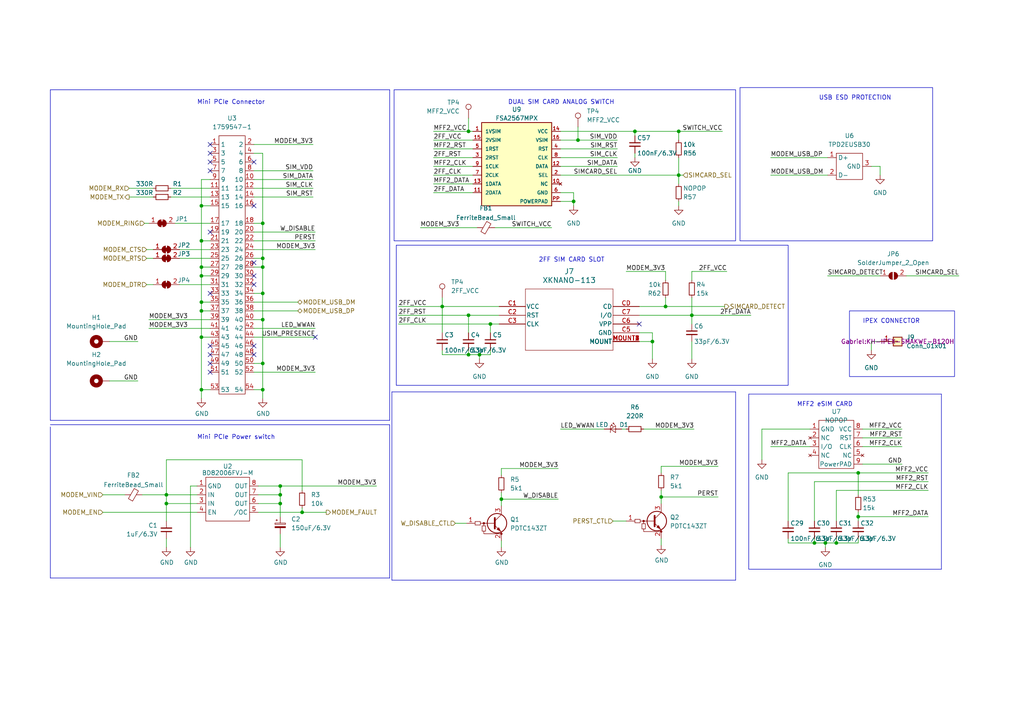
<source format=kicad_sch>
(kicad_sch (version 20230121) (generator eeschema)
  (paper "A4")
  (lib_symbols
    (symbol "2023-07-13_12-59-37:XKNANO-113" (pin_names (offset 0.254))
      (property "Reference" "J7" (at 20.32 10.16 0))
      (property "Value" "XKNANO-113" (at 20.32 7.62 0))
      (symbol "XKNANO-113_0_1"
        (polyline (pts (xy 7.62 -12.7) (xy 33.02 -12.7)) (stroke (width 0.127)))
        (polyline (pts (xy 7.62 5.08) (xy 7.62 -12.7)) (stroke (width 0.127)))
        (polyline (pts (xy 33.02 -12.7) (xy 33.02 5.08)) (stroke (width 0.127)))
        (polyline (pts (xy 33.02 5.08) (xy 7.62 5.08)) (stroke (width 0.127)))
        (pin power_in line (at 0 0 0) (length 7.62) (name "VCC") (number "C1"))
        (pin unspecified line (at 0 -2.54 0) (length 7.62) (name "RST") (number "C2"))
        (pin unspecified line (at 0 -5.08 0) (length 7.62) (name "CLK") (number "C3"))
        (pin power_out line (at 40.64 -7.62 180) (length 7.62) (name "GND") (number "C5"))
        (pin power_in line (at 40.64 -5.08 180) (length 7.62) (name "VPP") (number "C6"))
        (pin unspecified line (at 40.64 -2.54 180) (length 7.62) (name "I/O") (number "C7"))
        (pin unspecified line (at 40.64 0 180) (length 7.62) (name "CD") (number "CD"))
      )
      (symbol "XKNANO-113_1_1"
        (pin passive line (at 40.64 -10.16 180) (length 7.62) (name "MOUNT") (number "MOUNT1"))
        (pin passive line (at 40.64 -10.16 180) (length 7.62) (name "MOUNT") (number "MOUNT2"))
        (pin passive line (at 40.64 -10.16 180) (length 7.62) (name "MOUNT") (number "MOUNT3"))
        (pin passive line (at 40.64 -10.16 180) (length 7.62) (name "MOUNT") (number "MOUNT4"))
      )
    )
    (symbol "Connector:TestPoint" (pin_numbers hide) (pin_names (offset 0.762) hide)
      (property "Reference" "TP" (at 0 6.858 0))
      (property "Value" "TestPoint" (at 0 5.08 0))
      (symbol "TestPoint_0_1"
        (circle (center 0 3.302) (radius 0.762))
      )
      (symbol "TestPoint_1_1"
        (pin passive line (at 0 0 90) (length 2.54) (name "1") (number "1"))
      )
    )
    (symbol "Connector_Generic:Conn_01x01" (pin_names (offset 1.016) hide)
      (property "Reference" "J" (at 0 2.54 0))
      (property "Value" "Conn_01x01" (at 0 -2.54 0))
      (symbol "Conn_01x01_1_1"
        (rectangle (start -1.27 0.127) (end 0 -0.127) (stroke (width 0.1524)))
        (rectangle (start -1.27 1.27) (end 1.27 -1.27) (stroke (width 0.254)) (fill (type background)))
        (pin passive line (at -5.08 0 0) (length 3.81) (name "Pin_1") (number "1"))
      )
    )
    (symbol "Device:C_Polarized_Small" (pin_numbers hide) (pin_names (offset 0.254) hide)
      (property "Reference" "C" (at 0.254 1.778 0))
      (property "Value" "C_Polarized_Small" (at 0.254 -2.032 0))
      (symbol "C_Polarized_Small_0_1"
        (rectangle (start -1.524 -0.3048) (end 1.524 -0.6858) (fill (type outline)))
        (rectangle (start -1.524 0.6858) (end 1.524 0.3048))
        (polyline (pts (xy -1.27 1.524) (xy -0.762 1.524)))
        (polyline (pts (xy -1.016 1.27) (xy -1.016 1.778)))
      )
      (symbol "C_Polarized_Small_1_1"
        (pin passive line (at 0 2.54 270) (length 1.8542) (name "~") (number "1"))
        (pin passive line (at 0 -2.54 90) (length 1.8542) (name "~") (number "2"))
      )
    )
    (symbol "Device:C_Small" (pin_numbers hide) (pin_names (offset 0.254) hide)
      (property "Reference" "C" (at 0.254 1.778 0))
      (property "Value" "C_Small" (at 0.254 -2.032 0))
      (symbol "C_Small_0_1"
        (polyline (pts (xy -1.524 -0.508) (xy 1.524 -0.508)) (stroke (width 0.3302)))
        (polyline (pts (xy -1.524 0.508) (xy 1.524 0.508)) (stroke (width 0.3048)))
      )
      (symbol "C_Small_1_1"
        (pin passive line (at 0 2.54 270) (length 2.032) (name "~") (number "1"))
        (pin passive line (at 0 -2.54 90) (length 2.032) (name "~") (number "2"))
      )
    )
    (symbol "Device:FerriteBead_Small" (pin_numbers hide) (pin_names (offset 0))
      (property "Reference" "FB" (at 1.905 1.27 0))
      (property "Value" "FerriteBead_Small" (at 1.905 -1.27 0))
      (symbol "FerriteBead_Small_0_1"
        (polyline (pts (xy 0 -1.27) (xy 0 -0.7874)))
        (polyline (pts (xy 0 0.889) (xy 0 1.2954)))
        (polyline (pts (xy -1.8288 0.2794) (xy -1.1176 1.4986) (xy 1.8288 -0.2032) (xy 1.1176 -1.4224) (xy -1.8288 0.2794)))
      )
      (symbol "FerriteBead_Small_1_1"
        (pin passive line (at 0 2.54 270) (length 1.27) (name "~") (number "1"))
        (pin passive line (at 0 -2.54 90) (length 1.27) (name "~") (number "2"))
      )
    )
    (symbol "Device:Q_NPN_BEC_BRT" (pin_names hide)
      (property "Reference" "Q" (at 3.81 1.27 0))
      (property "Value" "Q_NPN_BEC_BRT" (at 3.81 -1.27 0))
      (symbol "Q_NPN_BEC_BRT_0_1"
        (rectangle (start -6.35 0.508) (end -4.826 -0.508))
        (rectangle (start -4.318 -2.286) (end -3.302 -0.762))
        (circle (center -3.81 0) (radius 0.254) (fill (type outline)))
        (polyline (pts (xy -3.81 -0.762) (xy -3.81 0)))
        (polyline (pts (xy -0.762 0) (xy -4.826 0)))
        (polyline (pts (xy -0.635 1.524) (xy -0.635 -1.524)) (stroke (width 0.508)))
        (polyline (pts (xy -3.81 -2.286) (xy -3.81 -3.048) (xy 1.27 -3.048)))
        (circle (center 1.27 -3.048) (radius 0.254) (fill (type outline)))
      )
      (symbol "Q_NPN_BEC_BRT_1_1"
        (polyline (pts (xy -0.635 0.635) (xy 1.27 2.54)))
        (polyline (pts (xy -0.635 -0.635) (xy 1.27 -2.54) (xy 1.27 -2.54)))
        (polyline (pts (xy 0 -1.778) (xy 0.508 -1.27) (xy 1.016 -2.286) (xy 0 -1.778) (xy 0 -1.778)) (fill (type outline)))
        (circle (center 0 0) (radius 2.8194) (stroke (width 0.254)))
        (pin input line (at -8.89 0 0) (length 2.54) (name "B") (number "1"))
        (pin passive line (at 1.27 -5.08 90) (length 2.54) (name "E") (number "2"))
        (pin passive line (at 1.27 5.08 270) (length 2.54) (name "C") (number "3"))
      )
    )
    (symbol "Device:R_Small" (pin_numbers hide) (pin_names (offset 0.254) hide)
      (property "Reference" "R" (at 0.762 0.508 0))
      (property "Value" "R_Small" (at 0.762 -1.016 0))
      (symbol "R_Small_0_1"
        (rectangle (start -0.762 1.778) (end 0.762 -1.778) (stroke (width 0.2032)))
      )
      (symbol "R_Small_1_1"
        (pin passive line (at 0 2.54 270) (length 0.762) (name "~") (number "1"))
        (pin passive line (at 0 -2.54 90) (length 0.762) (name "~") (number "2"))
      )
    )
    (symbol "FSA2567MPX:FSA2567MPX" (pin_names (offset 1.016))
      (property "Reference" "U9" (at 0 15.24 0))
      (property "Value" "FSA2567MPX" (at 0 12.7 0))
      (symbol "FSA2567MPX_0_0"
        (rectangle (start -10.16 11.43) (end 10.16 -12.7) (stroke (width 0.254)) (fill (type background)))
        (pin bidirectional line (at -12.7 8.89 0) (length 2.54) (name "1VSIM") (number "1"))
        (pin no_connect line (at 12.7 -6.35 180) (length 2.54) (name "NC") (number "10"))
        (pin bidirectional line (at -12.7 -8.89 0) (length 2.54) (name "2DATA") (number "11"))
        (pin bidirectional line (at 12.7 -1.27 180) (length 2.54) (name "DATA") (number "12"))
        (pin bidirectional line (at -12.7 -6.35 0) (length 2.54) (name "1DATA") (number "13"))
        (pin power_in line (at 12.7 8.89 180) (length 2.54) (name "VCC") (number "14"))
        (pin bidirectional line (at -12.7 6.35 0) (length 2.54) (name "2VSIM") (number "15"))
        (pin bidirectional line (at 12.7 6.35 180) (length 2.54) (name "VSIM") (number "16"))
        (pin bidirectional line (at 12.7 -3.81 180) (length 2.54) (name "SEL") (number "2"))
        (pin bidirectional line (at -12.7 1.27 0) (length 2.54) (name "2RST") (number "3"))
        (pin bidirectional line (at 12.7 3.81 180) (length 2.54) (name "RST") (number "4"))
        (pin bidirectional line (at -12.7 3.81 0) (length 2.54) (name "1RST") (number "5"))
        (pin power_in line (at 12.7 -8.89 180) (length 2.54) (name "GND") (number "6"))
        (pin bidirectional line (at -12.7 -3.81 0) (length 2.54) (name "2CLK") (number "7"))
        (pin bidirectional line (at 12.7 1.27 180) (length 2.54) (name "CLK") (number "8"))
        (pin bidirectional line (at -12.7 -1.27 0) (length 2.54) (name "1CLK") (number "9"))
      )
      (symbol "FSA2567MPX_1_0"
        (pin power_in line (at 12.7 -11.43 180) (length 2.54) (name "POWERPAD") (number "PP"))
      )
    )
    (symbol "Jumper:SolderJumper_2_Bridged" (pin_names (offset 0) hide)
      (property "Reference" "JP" (at 0 2.032 0))
      (property "Value" "SolderJumper_2_Bridged" (at 0 -2.54 0))
      (symbol "SolderJumper_2_Bridged_0_1"
        (rectangle (start -0.508 0.508) (end 0.508 -0.508) (fill (type outline)))
        (arc (start -0.254 1.016) (mid -1.2656 0) (end -0.254 -1.016))
        (arc (start -0.254 1.016) (mid -1.2656 0) (end -0.254 -1.016) (fill (type outline)))
        (polyline (pts (xy -0.254 1.016) (xy -0.254 -1.016)))
        (polyline (pts (xy 0.254 1.016) (xy 0.254 -1.016)))
        (arc (start 0.254 -1.016) (mid 1.2656 0) (end 0.254 1.016))
        (arc (start 0.254 -1.016) (mid 1.2656 0) (end 0.254 1.016) (fill (type outline)))
      )
      (symbol "SolderJumper_2_Bridged_1_1"
        (pin passive line (at -3.81 0 0) (length 2.54) (name "A") (number "1"))
        (pin passive line (at 3.81 0 180) (length 2.54) (name "B") (number "2"))
      )
    )
    (symbol "Jumper:SolderJumper_2_Open" (pin_names (offset 0) hide)
      (property "Reference" "JP" (at 0 2.032 0))
      (property "Value" "SolderJumper_2_Open" (at 0 -2.54 0))
      (symbol "SolderJumper_2_Open_0_1"
        (arc (start -0.254 1.016) (mid -1.2656 0) (end -0.254 -1.016))
        (arc (start -0.254 1.016) (mid -1.2656 0) (end -0.254 -1.016) (fill (type outline)))
        (polyline (pts (xy -0.254 1.016) (xy -0.254 -1.016)))
        (polyline (pts (xy 0.254 1.016) (xy 0.254 -1.016)))
        (arc (start 0.254 -1.016) (mid 1.2656 0) (end 0.254 1.016))
        (arc (start 0.254 -1.016) (mid 1.2656 0) (end 0.254 1.016) (fill (type outline)))
      )
      (symbol "SolderJumper_2_Open_1_1"
        (pin passive line (at -3.81 0 0) (length 2.54) (name "A") (number "1"))
        (pin passive line (at 3.81 0 180) (length 2.54) (name "B") (number "2"))
      )
    )
    (symbol "Mechanical:MountingHole_Pad" (pin_numbers hide) (pin_names (offset 1.016) hide)
      (property "Reference" "H" (at 0 6.35 0))
      (property "Value" "MountingHole_Pad" (at 0 4.445 0))
      (symbol "MountingHole_Pad_0_1"
        (circle (center 0 1.27) (radius 1.27) (stroke (width 1.27)))
      )
      (symbol "MountingHole_Pad_1_1"
        (pin input line (at 0 -2.54 90) (length 2.54) (name "1") (number "1"))
      )
    )
    (symbol "device:C_Small" (pin_numbers hide) (pin_names (offset 0.254) hide)
      (property "Reference" "C" (at 0.254 1.778 0))
      (property "Value" "C_Small" (at 0.254 -2.032 0))
      (symbol "C_Small_0_1"
        (polyline (pts (xy -1.524 -0.508) (xy 1.524 -0.508)) (stroke (width 0.3302)))
        (polyline (pts (xy -1.524 0.508) (xy 1.524 0.508)) (stroke (width 0.3048)))
      )
      (symbol "C_Small_1_1"
        (pin passive line (at 0 2.54 270) (length 2.032) (name "~") (number "1"))
        (pin passive line (at 0 -2.54 90) (length 2.032) (name "~") (number "2"))
      )
    )
    (symbol "device:LED_Small" (pin_numbers hide) (pin_names (offset 0.254) hide)
      (property "Reference" "D" (at -1.27 3.175 0))
      (property "Value" "LED_Small" (at -4.445 -2.54 0))
      (symbol "LED_Small_0_1"
        (polyline (pts (xy -0.762 -1.016) (xy -0.762 1.016)))
        (polyline (pts (xy 1.016 0) (xy -0.762 0)))
        (polyline (pts (xy 0.762 -1.016) (xy -0.762 0) (xy 0.762 1.016) (xy 0.762 -1.016)))
        (polyline (pts (xy 0 0.762) (xy -0.508 1.27) (xy -0.254 1.27) (xy -0.508 1.27) (xy -0.508 1.016)))
        (polyline (pts (xy 0.508 1.27) (xy 0 1.778) (xy 0.254 1.778) (xy 0 1.778) (xy 0 1.524)))
      )
      (symbol "LED_Small_1_1"
        (pin passive line (at -2.54 0 0) (length 1.778) (name "K") (number "1"))
        (pin passive line (at 2.54 0 180) (length 1.778) (name "A") (number "2"))
      )
    )
    (symbol "gabriel:1759547-1"
      (property "Reference" "U" (at 0 3.81 0))
      (property "Value" "1759547-1" (at 0 1.27 0))
      (symbol "1759547-1_0_1"
        (rectangle (start -3.81 0) (end 3.81 -74.93))
      )
      (symbol "1759547-1_1_1"
        (pin bidirectional line (at -6.35 -2.54 0) (length 2.54) (name "1") (number "1"))
        (pin bidirectional line (at 6.35 -12.7 180) (length 2.54) (name "10") (number "10"))
        (pin bidirectional line (at -6.35 -15.24 0) (length 2.54) (name "11") (number "11"))
        (pin bidirectional line (at 6.35 -15.24 180) (length 2.54) (name "12") (number "12"))
        (pin bidirectional line (at -6.35 -17.78 0) (length 2.54) (name "13") (number "13"))
        (pin bidirectional line (at 6.35 -17.78 180) (length 2.54) (name "14") (number "14"))
        (pin bidirectional line (at -6.35 -20.32 0) (length 2.54) (name "15") (number "15"))
        (pin bidirectional line (at 6.35 -20.32 180) (length 2.54) (name "16") (number "16"))
        (pin bidirectional line (at -6.35 -25.4 0) (length 2.54) (name "17") (number "17"))
        (pin bidirectional line (at 6.35 -25.4 180) (length 2.54) (name "18") (number "18"))
        (pin bidirectional line (at -6.35 -27.94 0) (length 2.54) (name "19") (number "19"))
        (pin bidirectional line (at 6.35 -2.54 180) (length 2.54) (name "2") (number "2"))
        (pin bidirectional line (at 6.35 -27.94 180) (length 2.54) (name "20") (number "20"))
        (pin bidirectional line (at -6.35 -30.48 0) (length 2.54) (name "21") (number "21"))
        (pin bidirectional line (at 6.35 -30.48 180) (length 2.54) (name "22") (number "22"))
        (pin bidirectional line (at -6.35 -33.02 0) (length 2.54) (name "23") (number "23"))
        (pin bidirectional line (at 6.35 -33.02 180) (length 2.54) (name "24") (number "24"))
        (pin bidirectional line (at -6.35 -35.56 0) (length 2.54) (name "25") (number "25"))
        (pin bidirectional line (at 6.35 -35.56 180) (length 2.54) (name "26") (number "26"))
        (pin bidirectional line (at -6.35 -38.1 0) (length 2.54) (name "27") (number "27"))
        (pin bidirectional line (at 6.35 -38.1 180) (length 2.54) (name "28") (number "28"))
        (pin bidirectional line (at -6.35 -40.64 0) (length 2.54) (name "29") (number "29"))
        (pin bidirectional line (at -6.35 -5.08 0) (length 2.54) (name "3") (number "3"))
        (pin bidirectional line (at 6.35 -40.64 180) (length 2.54) (name "30") (number "30"))
        (pin bidirectional line (at -6.35 -43.18 0) (length 2.54) (name "31") (number "31"))
        (pin bidirectional line (at 6.35 -43.18 180) (length 2.54) (name "32") (number "32"))
        (pin bidirectional line (at -6.35 -45.72 0) (length 2.54) (name "33") (number "33"))
        (pin bidirectional line (at 6.35 -45.72 180) (length 2.54) (name "34") (number "34"))
        (pin bidirectional line (at -6.35 -48.26 0) (length 2.54) (name "35") (number "35"))
        (pin bidirectional line (at 6.35 -48.26 180) (length 2.54) (name "36") (number "36"))
        (pin bidirectional line (at -6.35 -50.8 0) (length 2.54) (name "37") (number "37"))
        (pin bidirectional line (at 6.35 -50.8 180) (length 2.54) (name "38") (number "38"))
        (pin bidirectional line (at -6.35 -53.34 0) (length 2.54) (name "39") (number "39"))
        (pin bidirectional line (at 6.35 -5.08 180) (length 2.54) (name "4") (number "4"))
        (pin bidirectional line (at 6.35 -53.34 180) (length 2.54) (name "40") (number "40"))
        (pin bidirectional line (at -6.35 -55.88 0) (length 2.54) (name "41") (number "41"))
        (pin bidirectional line (at 6.35 -55.88 180) (length 2.54) (name "42") (number "42"))
        (pin bidirectional line (at -6.35 -58.42 0) (length 2.54) (name "43") (number "43"))
        (pin bidirectional line (at 6.35 -58.42 180) (length 2.54) (name "44") (number "44"))
        (pin bidirectional line (at -6.35 -60.96 0) (length 2.54) (name "45") (number "45"))
        (pin bidirectional line (at 6.35 -60.96 180) (length 2.54) (name "46") (number "46"))
        (pin bidirectional line (at -6.35 -63.5 0) (length 2.54) (name "47") (number "47"))
        (pin bidirectional line (at 6.35 -63.5 180) (length 2.54) (name "48") (number "48"))
        (pin bidirectional line (at -6.35 -66.04 0) (length 2.54) (name "49") (number "49"))
        (pin bidirectional line (at -6.35 -7.62 0) (length 2.54) (name "5") (number "5"))
        (pin bidirectional line (at 6.35 -66.04 180) (length 2.54) (name "50") (number "50"))
        (pin bidirectional line (at -6.35 -68.58 0) (length 2.54) (name "51") (number "51"))
        (pin bidirectional line (at 6.35 -68.58 180) (length 2.54) (name "52") (number "52"))
        (pin bidirectional line (at -6.35 -73.66 0) (length 2.54) (name "53") (number "53"))
        (pin bidirectional line (at 6.35 -73.66 180) (length 2.54) (name "54") (number "54"))
        (pin bidirectional line (at 6.35 -7.62 180) (length 2.54) (name "6") (number "6"))
        (pin bidirectional line (at -6.35 -10.16 0) (length 2.54) (name "7") (number "7"))
        (pin bidirectional line (at 6.35 -10.16 180) (length 2.54) (name "8") (number "8"))
        (pin bidirectional line (at -6.35 -12.7 0) (length 2.54) (name "9") (number "9"))
      )
    )
    (symbol "gabriel:BD82006FVJ-M"
      (property "Reference" "U" (at 0 3.81 0))
      (property "Value" "BD82006FVJ-M" (at 0 1.27 0))
      (symbol "BD82006FVJ-M_0_1"
        (rectangle (start -6.35 0) (end 6.35 -12.7) (stroke (width 0.1524)))
      )
      (symbol "BD82006FVJ-M_1_1"
        (pin passive line (at -8.89 -2.54 0) (length 2.54) (name "GND") (number "1"))
        (pin power_in line (at -8.89 -5.08 0) (length 2.54) (name "IN") (number "2"))
        (pin power_in line (at -8.89 -7.62 0) (length 2.54) (name "IN") (number "3"))
        (pin input line (at -8.89 -10.16 0) (length 2.54) (name "EN") (number "4"))
        (pin output line (at 8.89 -10.16 180) (length 2.54) (name "/OC") (number "5"))
        (pin power_out line (at 8.89 -7.62 180) (length 2.54) (name "OUT") (number "6"))
        (pin power_out line (at 8.89 -5.08 180) (length 2.54) (name "OUT") (number "7"))
        (pin power_out line (at 8.89 -2.54 180) (length 2.54) (name "OUT") (number "8"))
      )
    )
    (symbol "gabriel:MFF2"
      (property "Reference" "U7" (at 0 2.54 0))
      (property "Value" "NOPOP" (at 0 0 0))
      (symbol "MFF2_0_1"
        (rectangle (start -5.08 0) (end 5.08 -13.97))
      )
      (symbol "MFF2_1_1"
        (pin passive line (at -7.62 -2.54 0) (length 2.54) (name "GND") (number "1"))
        (pin no_connect line (at -7.62 -5.08 0) (length 2.54) (name "NC") (number "2"))
        (pin bidirectional line (at -7.62 -7.62 0) (length 2.54) (name "I/O") (number "3"))
        (pin no_connect line (at -7.62 -10.16 0) (length 2.54) (name "NC") (number "4"))
        (pin no_connect line (at 7.62 -10.16 180) (length 2.54) (name "NC") (number "5"))
        (pin input line (at 7.62 -7.62 180) (length 2.54) (name "CLK") (number "6"))
        (pin input line (at 7.62 -5.08 180) (length 2.54) (name "RST") (number "7"))
        (pin power_in line (at 7.62 -2.54 180) (length 2.54) (name "VCC") (number "8"))
        (pin passive line (at 7.62 -12.7 180) (length 2.54) (name "PowerPAD") (number "9"))
      )
    )
    (symbol "gabriel:TPD2EUSB30"
      (property "Reference" "U6" (at 0 8.89 0))
      (property "Value" "TPD2EUSB30" (at 0 6.35 0))
      (symbol "TPD2EUSB30_0_1"
        (rectangle (start -3.81 3.81) (end 3.81 -3.81) (stroke (width 0.1524)))
      )
      (symbol "TPD2EUSB30_1_1"
        (pin input line (at -6.35 2.54 0) (length 2.54) (name "D+") (number "1"))
        (pin input line (at -6.35 -2.54 0) (length 2.54) (name "D-") (number "2"))
        (pin power_in line (at 6.35 0 180) (length 2.54) (name "GND") (number "3"))
      )
    )
    (symbol "power:GND" (power) (pin_names (offset 0))
      (property "Value" "GND" (at 0 -3.81 0))
      (symbol "GND_0_1"
        (polyline (pts (xy 0 0) (xy 0 -1.27) (xy 1.27 -1.27) (xy 0 -2.54) (xy -1.27 -1.27) (xy 0 -1.27)))
      )
      (symbol "GND_1_1"
        (pin power_in line (at 0 0 270) (length 0) hide (name "GND") (number "1"))
      )
    )
  )
  (junction (at 135.89 102.87) (diameter 0.9144))
  (junction (at 167.64 40.64))
  (junction (at 58.42 113.03))
  (junction (at 58.42 59.69))
  (junction (at 58.42 77.47))
  (junction (at 145.415 144.78))
  (junction (at 76.2 113.03))
  (junction (at 196.85 50.8))
  (junction (at 58.42 80.01))
  (junction (at 58.42 69.85))
  (junction (at 142.24 93.98))
  (junction (at 58.42 87.63))
  (junction (at 248.92 137.16))
  (junction (at 139.065 102.87) (diameter 0.9144))
  (junction (at 87.63 148.59))
  (junction (at 166.37 58.42))
  (junction (at 184.15 38.1))
  (junction (at 58.42 97.79))
  (junction (at 128.27 88.9))
  (junction (at 242.57 157.48) (diameter 0.9144))
  (junction (at 81.28 143.51))
  (junction (at 76.2 85.09))
  (junction (at 239.395 157.48) (diameter 0.9144))
  (junction (at 76.2 74.93))
  (junction (at 76.2 64.77))
  (junction (at 196.85 38.1))
  (junction (at 58.42 90.17))
  (junction (at 236.22 157.48) (diameter 0.9144))
  (junction (at 76.2 105.41))
  (junction (at 48.26 146.05))
  (junction (at 76.2 92.71))
  (junction (at 191.77 144.145))
  (junction (at 135.89 38.1))
  (junction (at 193.04 88.9))
  (junction (at 81.28 146.05))
  (junction (at 48.26 143.51))
  (junction (at 135.89 91.44))
  (junction (at 76.2 77.47))
  (junction (at 81.28 140.97))
  (junction (at 248.92 149.86))
  (junction (at 200.66 91.44))
  (junction (at 189.23 99.06))
  (no_connect (at 185.42 93.98))
  (no_connect (at 60.96 102.87))
  (no_connect (at 60.96 107.95))
  (no_connect (at 73.66 102.87))
  (no_connect (at 60.96 105.41))
  (no_connect (at 60.96 100.33))
  (no_connect (at 73.66 82.55))
  (no_connect (at 60.96 85.09))
  (no_connect (at 73.66 100.33))
  (no_connect (at 73.66 59.69))
  (no_connect (at 73.66 46.99))
  (no_connect (at 60.96 67.31))
  (no_connect (at 73.66 76.2))
  (no_connect (at 73.66 80.01))
  (no_connect (at 60.96 49.53))
  (no_connect (at 60.96 46.99))
  (no_connect (at 60.96 41.91))
  (no_connect (at 60.96 44.45))
  (no_connect (at 91.44 97.79))
  (wire (pts (xy 191.77 144.145) (xy 208.28 144.145)))
  (wire (pts (xy 191.77 135.255) (xy 208.28 135.255)))
  (wire (pts (xy 261.62 124.46) (xy 250.19 124.46)))
  (wire (pts (xy 242.57 156.21) (xy 242.57 157.48)))
  (wire (pts (xy 142.24 101.6) (xy 142.24 102.87)))
  (wire (pts (xy 242.57 142.24) (xy 242.57 151.13)))
  (wire (pts (xy 58.42 97.79) (xy 60.96 97.79)))
  (wire (pts (xy 167.64 36.83) (xy 167.64 40.64)))
  (wire (pts (xy 29.845 143.51) (xy 36.195 143.51)))
  (wire (pts (xy 242.57 157.48) (xy 248.92 157.48)))
  (wire (pts (xy 42.545 74.93) (xy 44.45 74.93)))
  (wire (pts (xy 58.42 52.07) (xy 58.42 59.69)))
  (wire (pts (xy 145.415 156.845) (xy 145.415 158.75)))
  (wire (pts (xy 167.64 40.64) (xy 179.07 40.64)))
  (wire (pts (xy 125.73 48.26) (xy 137.16 48.26)))
  (polyline (pts (xy 217.17 165.1) (xy 217.17 114.3)))
  (wire (pts (xy 57.15 143.51) (xy 48.26 143.51)))
  (wire (pts (xy 58.42 90.17) (xy 58.42 97.79)))
  (wire (pts (xy 135.89 34.29) (xy 135.89 38.1)))
  (wire (pts (xy 128.27 101.6) (xy 128.27 102.87)))
  (wire (pts (xy 255.27 80.01) (xy 240.03 80.01)))
  (wire (pts (xy 138.43 66.04) (xy 121.92 66.04)))
  (wire (pts (xy 73.66 90.17) (xy 86.36 90.17)))
  (wire (pts (xy 186.69 124.46) (xy 201.295 124.46)))
  (wire (pts (xy 200.66 91.44) (xy 200.66 93.98)))
  (wire (pts (xy 189.23 104.14) (xy 189.23 99.06)))
  (wire (pts (xy 48.26 143.51) (xy 48.26 146.05)))
  (polyline (pts (xy 14.605 123.19) (xy 113.03 123.19)))
  (wire (pts (xy 49.53 54.61) (xy 60.96 54.61)))
  (polyline (pts (xy 113.665 113.665) (xy 113.665 168.275)))
  (wire (pts (xy 145.415 137.795) (xy 145.415 135.89)))
  (wire (pts (xy 162.56 40.64) (xy 167.64 40.64)))
  (wire (pts (xy 252.73 99.06) (xy 255.27 99.06)))
  (wire (pts (xy 43.18 95.25) (xy 60.96 95.25)))
  (wire (pts (xy 125.73 55.88) (xy 137.16 55.88)))
  (wire (pts (xy 58.42 113.03) (xy 60.96 113.03)))
  (wire (pts (xy 52.07 82.55) (xy 60.96 82.55)))
  (wire (pts (xy 239.395 157.48) (xy 242.57 157.48)))
  (wire (pts (xy 255.27 48.26) (xy 255.27 50.8)))
  (wire (pts (xy 166.37 55.88) (xy 162.56 55.88)))
  (wire (pts (xy 76.2 85.09) (xy 76.2 92.71)))
  (wire (pts (xy 41.91 64.77) (xy 43.18 64.77)))
  (polyline (pts (xy 273.05 114.3) (xy 273.05 165.1)))
  (wire (pts (xy 125.73 50.8) (xy 137.16 50.8)))
  (wire (pts (xy 166.37 58.42) (xy 166.37 55.88)))
  (wire (pts (xy 73.66 74.93) (xy 76.2 74.93)))
  (polyline (pts (xy 213.36 168.275) (xy 213.36 113.665)))
  (polyline (pts (xy 113.03 121.92) (xy 113.03 26.035)))
  (wire (pts (xy 42.545 82.55) (xy 44.45 82.55)))
  (wire (pts (xy 162.56 48.26) (xy 179.07 48.26)))
  (polyline (pts (xy 213.36 113.665) (xy 113.665 113.665)))
  (polyline (pts (xy 14.605 26.035) (xy 14.605 121.92)))
  (wire (pts (xy 73.66 54.61) (xy 90.805 54.61)))
  (wire (pts (xy 177.8 151.13) (xy 181.61 151.13)))
  (wire (pts (xy 128.27 88.9) (xy 144.78 88.9)))
  (wire (pts (xy 191.77 144.145) (xy 191.77 146.05)))
  (wire (pts (xy 58.42 97.79) (xy 58.42 113.03)))
  (wire (pts (xy 193.04 88.9) (xy 210.185 88.9)))
  (wire (pts (xy 142.24 93.98) (xy 142.24 96.52)))
  (wire (pts (xy 41.275 143.51) (xy 48.26 143.51)))
  (wire (pts (xy 223.52 50.8) (xy 240.03 50.8)))
  (wire (pts (xy 193.04 81.28) (xy 193.04 78.74)))
  (wire (pts (xy 248.92 148.59) (xy 248.92 149.86)))
  (wire (pts (xy 49.53 57.15) (xy 60.96 57.15)))
  (wire (pts (xy 74.93 140.97) (xy 81.28 140.97)))
  (wire (pts (xy 31.75 99.06) (xy 40.005 99.06)))
  (wire (pts (xy 261.62 127) (xy 250.19 127)))
  (wire (pts (xy 42.545 72.39) (xy 44.45 72.39)))
  (wire (pts (xy 142.24 93.98) (xy 144.78 93.98)))
  (wire (pts (xy 73.66 72.39) (xy 91.44 72.39)))
  (wire (pts (xy 58.42 77.47) (xy 60.96 77.47)))
  (wire (pts (xy 73.66 95.25) (xy 91.44 95.25)))
  (wire (pts (xy 48.26 156.21) (xy 48.26 158.75)))
  (wire (pts (xy 228.6 157.48) (xy 236.22 157.48)))
  (wire (pts (xy 31.75 110.49) (xy 40.005 110.49)))
  (wire (pts (xy 73.66 92.71) (xy 76.2 92.71)))
  (wire (pts (xy 135.89 38.1) (xy 137.16 38.1)))
  (wire (pts (xy 73.66 49.53) (xy 90.805 49.53)))
  (wire (pts (xy 228.6 156.21) (xy 228.6 157.48)))
  (wire (pts (xy 252.73 101.6) (xy 252.73 99.06)))
  (wire (pts (xy 81.28 154.94) (xy 81.28 158.75)))
  (wire (pts (xy 58.42 59.69) (xy 60.96 59.69)))
  (wire (pts (xy 143.51 66.04) (xy 160.02 66.04)))
  (wire (pts (xy 58.42 87.63) (xy 60.96 87.63)))
  (wire (pts (xy 145.415 142.875) (xy 145.415 144.78)))
  (wire (pts (xy 196.85 45.72) (xy 196.85 50.8)))
  (wire (pts (xy 76.2 44.45) (xy 76.2 64.77)))
  (wire (pts (xy 58.42 90.17) (xy 60.96 90.17)))
  (wire (pts (xy 185.42 88.9) (xy 193.04 88.9)))
  (wire (pts (xy 135.89 91.44) (xy 144.78 91.44)))
  (wire (pts (xy 58.42 69.85) (xy 58.42 77.47)))
  (wire (pts (xy 115.57 93.98) (xy 142.24 93.98)))
  (wire (pts (xy 162.56 43.18) (xy 179.07 43.18)))
  (wire (pts (xy 58.42 80.01) (xy 60.96 80.01)))
  (wire (pts (xy 125.73 40.64) (xy 137.16 40.64)))
  (wire (pts (xy 87.63 148.59) (xy 74.93 148.59)))
  (wire (pts (xy 37.465 57.15) (xy 44.45 57.15)))
  (wire (pts (xy 196.85 50.8) (xy 198.12 50.8)))
  (polyline (pts (xy 14.605 121.92) (xy 113.03 121.92)))
  (wire (pts (xy 181.61 78.74) (xy 193.04 78.74)))
  (wire (pts (xy 223.52 45.72) (xy 240.03 45.72)))
  (wire (pts (xy 184.15 38.1) (xy 184.15 39.37)))
  (wire (pts (xy 87.63 142.24) (xy 87.63 133.35)))
  (polyline (pts (xy 113.03 123.19) (xy 113.03 167.64)))
  (wire (pts (xy 196.85 38.1) (xy 209.55 38.1)))
  (wire (pts (xy 191.77 142.24) (xy 191.77 144.145)))
  (polyline (pts (xy 113.03 26.035) (xy 14.605 26.035)))
  (wire (pts (xy 48.26 146.05) (xy 48.26 151.13)))
  (wire (pts (xy 139.065 102.87) (xy 142.24 102.87)))
  (polyline (pts (xy 113.03 167.64) (xy 14.605 167.64)))
  (wire (pts (xy 76.2 113.03) (xy 76.2 115.57)))
  (wire (pts (xy 248.92 149.86) (xy 248.92 151.13)))
  (wire (pts (xy 58.42 77.47) (xy 58.42 80.01)))
  (wire (pts (xy 262.89 80.01) (xy 278.13 80.01)))
  (wire (pts (xy 191.77 156.21) (xy 191.77 158.115)))
  (polyline (pts (xy 273.05 165.1) (xy 217.17 165.1)))
  (wire (pts (xy 115.57 88.9) (xy 128.27 88.9)))
  (wire (pts (xy 94.615 148.59) (xy 87.63 148.59)))
  (wire (pts (xy 76.2 92.71) (xy 76.2 105.41)))
  (wire (pts (xy 220.98 124.46) (xy 234.95 124.46)))
  (wire (pts (xy 185.42 99.06) (xy 189.23 99.06)))
  (wire (pts (xy 248.92 137.16) (xy 269.24 137.16)))
  (wire (pts (xy 73.66 87.63) (xy 86.36 87.63)))
  (wire (pts (xy 73.66 113.03) (xy 76.2 113.03)))
  (wire (pts (xy 180.34 124.46) (xy 181.61 124.46)))
  (wire (pts (xy 87.63 133.35) (xy 48.26 133.35)))
  (wire (pts (xy 58.42 80.01) (xy 58.42 87.63)))
  (wire (pts (xy 228.6 137.16) (xy 248.92 137.16)))
  (wire (pts (xy 115.57 91.44) (xy 135.89 91.44)))
  (wire (pts (xy 73.66 41.91) (xy 90.805 41.91)))
  (wire (pts (xy 139.065 102.87) (xy 139.065 104.14)))
  (wire (pts (xy 166.37 59.69) (xy 166.37 58.42)))
  (wire (pts (xy 55.245 140.97) (xy 55.245 158.75)))
  (wire (pts (xy 162.56 38.1) (xy 184.15 38.1)))
  (wire (pts (xy 29.845 148.59) (xy 57.15 148.59)))
  (polyline (pts (xy 217.17 114.3) (xy 273.05 114.3)))
  (wire (pts (xy 125.73 38.1) (xy 135.89 38.1)))
  (wire (pts (xy 220.98 133.35) (xy 220.98 124.46)))
  (wire (pts (xy 196.85 38.1) (xy 196.85 40.64)))
  (wire (pts (xy 125.73 45.72) (xy 137.16 45.72)))
  (wire (pts (xy 87.63 147.32) (xy 87.63 148.59)))
  (wire (pts (xy 73.66 64.77) (xy 76.2 64.77)))
  (wire (pts (xy 50.8 64.77) (xy 60.96 64.77)))
  (wire (pts (xy 248.92 137.16) (xy 248.92 143.51)))
  (wire (pts (xy 196.85 53.34) (xy 196.85 50.8)))
  (wire (pts (xy 135.89 101.6) (xy 135.89 102.87)))
  (wire (pts (xy 52.07 72.39) (xy 60.96 72.39)))
  (wire (pts (xy 196.85 58.42) (xy 196.85 59.69)))
  (wire (pts (xy 228.6 151.13) (xy 228.6 137.16)))
  (wire (pts (xy 193.04 88.9) (xy 193.04 86.36)))
  (wire (pts (xy 223.52 129.54) (xy 234.95 129.54)))
  (wire (pts (xy 48.26 133.35) (xy 48.26 143.51)))
  (wire (pts (xy 81.28 140.97) (xy 109.22 140.97)))
  (wire (pts (xy 52.07 74.93) (xy 60.96 74.93)))
  (wire (pts (xy 76.2 64.77) (xy 76.2 74.93)))
  (wire (pts (xy 132.08 151.765) (xy 135.255 151.765)))
  (wire (pts (xy 236.22 139.7) (xy 269.24 139.7)))
  (wire (pts (xy 191.77 137.16) (xy 191.77 135.255)))
  (wire (pts (xy 73.66 67.31) (xy 91.44 67.31)))
  (wire (pts (xy 185.42 96.52) (xy 189.23 96.52)))
  (wire (pts (xy 261.62 129.54) (xy 250.19 129.54)))
  (polyline (pts (xy 113.665 168.275) (xy 213.36 168.275)))
  (wire (pts (xy 135.89 91.44) (xy 135.89 96.52)))
  (wire (pts (xy 145.415 144.78) (xy 145.415 146.685)))
  (wire (pts (xy 55.245 140.97) (xy 57.15 140.97)))
  (wire (pts (xy 217.805 91.44) (xy 200.66 91.44)))
  (wire (pts (xy 200.66 86.36) (xy 200.66 91.44)))
  (wire (pts (xy 73.66 44.45) (xy 76.2 44.45)))
  (wire (pts (xy 125.73 53.34) (xy 137.16 53.34)))
  (wire (pts (xy 81.28 146.05) (xy 81.28 149.86)))
  (wire (pts (xy 81.28 140.97) (xy 81.28 143.51)))
  (wire (pts (xy 76.2 77.47) (xy 76.2 85.09)))
  (wire (pts (xy 162.56 58.42) (xy 166.37 58.42)))
  (wire (pts (xy 128.27 102.87) (xy 135.89 102.87)))
  (wire (pts (xy 73.66 52.07) (xy 90.805 52.07)))
  (wire (pts (xy 58.42 59.69) (xy 58.42 69.85)))
  (wire (pts (xy 73.66 85.09) (xy 76.2 85.09)))
  (wire (pts (xy 73.66 105.41) (xy 76.2 105.41)))
  (wire (pts (xy 43.18 92.71) (xy 60.96 92.71)))
  (wire (pts (xy 184.15 38.1) (xy 196.85 38.1)))
  (wire (pts (xy 248.92 149.86) (xy 269.24 149.86)))
  (wire (pts (xy 236.22 156.21) (xy 236.22 157.48)))
  (wire (pts (xy 252.73 48.26) (xy 255.27 48.26)))
  (wire (pts (xy 250.19 134.62) (xy 261.62 134.62)))
  (wire (pts (xy 73.66 107.95) (xy 91.44 107.95)))
  (wire (pts (xy 73.66 77.47) (xy 76.2 77.47)))
  (wire (pts (xy 76.2 74.93) (xy 76.2 77.47)))
  (wire (pts (xy 200.66 91.44) (xy 185.42 91.44)))
  (wire (pts (xy 162.56 45.72) (xy 179.07 45.72)))
  (wire (pts (xy 128.27 88.9) (xy 128.27 96.52)))
  (wire (pts (xy 145.415 135.89) (xy 161.925 135.89)))
  (wire (pts (xy 135.89 102.87) (xy 139.065 102.87)))
  (wire (pts (xy 73.66 97.79) (xy 91.44 97.79)))
  (wire (pts (xy 145.415 144.78) (xy 161.925 144.78)))
  (wire (pts (xy 162.56 124.46) (xy 175.26 124.46)))
  (wire (pts (xy 236.22 139.7) (xy 236.22 151.13)))
  (wire (pts (xy 239.395 157.48) (xy 239.395 158.75)))
  (wire (pts (xy 128.27 86.36) (xy 128.27 88.9)))
  (wire (pts (xy 73.66 69.85) (xy 91.44 69.85)))
  (wire (pts (xy 236.22 157.48) (xy 239.395 157.48)))
  (wire (pts (xy 200.66 99.06) (xy 200.66 104.14)))
  (wire (pts (xy 184.15 44.45) (xy 184.15 45.72)))
  (wire (pts (xy 74.93 143.51) (xy 81.28 143.51)))
  (wire (pts (xy 125.73 43.18) (xy 137.16 43.18)))
  (wire (pts (xy 58.42 113.03) (xy 58.42 115.57)))
  (polyline (pts (xy 14.605 167.64) (xy 14.605 123.825)))
  (wire (pts (xy 81.28 143.51) (xy 81.28 146.05)))
  (wire (pts (xy 60.96 52.07) (xy 58.42 52.07)))
  (wire (pts (xy 200.66 78.74) (xy 210.82 78.74)))
  (wire (pts (xy 58.42 87.63) (xy 58.42 90.17)))
  (wire (pts (xy 74.93 146.05) (xy 81.28 146.05)))
  (wire (pts (xy 76.2 105.41) (xy 76.2 113.03)))
  (wire (pts (xy 57.15 146.05) (xy 48.26 146.05)))
  (wire (pts (xy 37.465 54.61) (xy 44.45 54.61)))
  (wire (pts (xy 58.42 69.85) (xy 60.96 69.85)))
  (wire (pts (xy 162.56 50.8) (xy 196.85 50.8)))
  (wire (pts (xy 189.23 99.06) (xy 189.23 96.52)))
  (wire (pts (xy 200.66 81.28) (xy 200.66 78.74)))
  (wire (pts (xy 248.92 157.48) (xy 248.92 156.21)))
  (wire (pts (xy 242.57 142.24) (xy 269.24 142.24)))
  (wire (pts (xy 73.66 57.15) (xy 90.805 57.15)))
  (rectangle (start 214.63 25.4) (end 270.51 69.85))
  (rectangle (start 114.935 71.12) (end 228.6 111.76))
  (rectangle (start 246.38 90.17) (end 276.86 109.22))
  (rectangle (start 114.3 26.035) (end 213.36 69.85))
  (text "2FF SIM CARD SLOT" (at 156.21 76.2 0) (effects (font (size 1.27 1.27)) (justify left bottom)))
  (text "IPEX CONNECTOR" (at 250.19 93.98 0) (effects (font (size 1.27 1.27)) (justify left bottom)))
  (text "USB ESD PROTECTION" (at 237.49 29.21 0) (effects (font (size 1.27 1.27)) (justify left bottom)))
  (text "Mini PCIe Connector" (at 57.15 30.48 0) (effects (font (size 1.27 1.27)) (justify left bottom)))
  (text "Mini PCIe Power switch" (at 57.15 127.635 0) (effects (font (size 1.27 1.27)) (justify left bottom)))
  (text "DUAL SIM CARD ANALOG SWITCH" (at 147.32 30.48 0) (effects (font (size 1.27 1.27)) (justify left bottom)))
  (text "MFF2 eSIM CARD" (at 231.14 118.11 0) (effects (font (size 1.27 1.27)) (justify left bottom)))
  (label "2FF_DATA" (at 217.805 91.44 180))
  (label "PERST" (at 208.28 144.145 180))
  (label "SIM_DATA" (at 90.805 52.07 180))
  (label "2FF_RST" (at 125.73 45.72 0))
  (label "MODEM_USB_DP" (at 223.52 45.72 0))
  (label "2FF_DATA" (at 125.73 55.88 0))
  (label "2FF_VCC" (at 125.73 40.64 0))
  (label "MFF2_DATA" (at 269.24 149.86 180))
  (label "W_DISABLE" (at 161.925 144.78 180))
  (label "MODEM_3V3" (at 161.925 135.89 180))
  (label "SWITCH_VCC" (at 209.55 38.1 180))
  (label "LED_WWAN" (at 162.56 124.46 0))
  (label "MODEM_3V3" (at 43.18 92.71 0))
  (label "LED_WWAN" (at 91.44 95.25 180))
  (label "SIMCARD_SEL" (at 278.13 80.01 180))
  (label "MFF2_DATA" (at 223.52 129.54 0))
  (label "SIM_RST" (at 179.07 43.18 180))
  (label "SIM_CLK" (at 179.07 45.72 180))
  (label "MODEM_3V3" (at 109.22 140.97 180))
  (label "SIM_VDD" (at 179.07 40.64 180))
  (label "MODEM_USB_DM" (at 223.52 50.8 0))
  (label "MODEM_3V3" (at 181.61 78.74 0))
  (label "2FF_CLK" (at 115.57 93.98 0))
  (label "2FF_VCC" (at 115.57 88.9 0))
  (label "MODEM_3V3" (at 90.805 41.91 180))
  (label "MODEM_3V3" (at 91.44 72.39 180))
  (label "USIM_PRESENCE" (at 91.44 97.79 180))
  (label "SIM_CLK" (at 90.805 54.61 180))
  (label "2FF_CLK" (at 125.73 50.8 0))
  (label "PERST" (at 91.44 69.85 180))
  (label "MFF2_RST" (at 261.62 127 180))
  (label "GND" (at 261.62 134.62 180))
  (label "2FF_VCC" (at 210.82 78.74 180))
  (label "MFF2_VCC" (at 125.73 38.1 0))
  (label "MODEM_3V3" (at 121.92 66.04 0))
  (label "MFF2_RST" (at 125.73 43.18 0))
  (label "SIM_RST" (at 90.805 57.15 180))
  (label "2FF_RST" (at 115.57 91.44 0))
  (label "MFF2_CLK" (at 125.73 48.26 0))
  (label "SIM_DATA" (at 179.07 48.26 180))
  (label "W_DISABLE" (at 91.44 67.31 180))
  (label "MFF2_CLK" (at 261.62 129.54 180))
  (label "MODEM_3V3" (at 43.18 95.25 0))
  (label "MODEM_3V3" (at 208.28 135.255 180))
  (label "GND" (at 40.005 99.06 180))
  (label "MFF2_VCC" (at 261.62 124.46 180))
  (label "MFF2_CLK" (at 269.24 142.24 180))
  (label "MFF2_DATA" (at 125.73 53.34 0))
  (label "MODEM_3V3" (at 91.44 107.95 180))
  (label "SWITCH_VCC" (at 160.02 66.04 180))
  (label "MFF2_VCC" (at 269.24 137.16 180))
  (label "SIM_VDD" (at 90.805 49.53 180))
  (label "SIMCARD_SEL" (at 179.07 50.8 180))
  (label "GND" (at 40.005 110.49 180))
  (label "SIMCARD_DETECT" (at 240.03 80.01 0))
  (label "MFF2_RST" (at 269.24 139.7 180))
  (label "MODEM_3V3" (at 201.295 124.46 180))
  (hierarchical_label "MODEM_EN" (shape input) (at 29.845 148.59 180))
  (hierarchical_label "MODEM_RTS" (shape input) (at 42.545 74.93 180))
  (hierarchical_label "MODEM_CTS" (shape input) (at 42.545 72.39 180))
  (hierarchical_label "SIMCARD_DETECT" (shape output) (at 210.185 88.9 0))
  (hierarchical_label "MODEM_RING" (shape input) (at 41.91 64.77 180))
  (hierarchical_label "PERST_CTL" (shape input) (at 177.8 151.13 180))
  (hierarchical_label "MODEM_TX" (shape output) (at 37.465 57.15 180))
  (hierarchical_label "MODEM_USB_DM" (shape bidirectional) (at 86.36 87.63 0))
  (hierarchical_label "MODEM_DTR" (shape input) (at 42.545 82.55 180))
  (hierarchical_label "W_DISABLE_CTL" (shape input) (at 132.08 151.765 180))
  (hierarchical_label "SIMCARD_SEL" (shape input) (at 198.12 50.8 0))
  (hierarchical_label "MODEM_FAULT" (shape output) (at 94.615 148.59 0))
  (hierarchical_label "MODEM_USB_DP" (shape bidirectional) (at 86.36 90.17 0))
  (hierarchical_label "MODEM_RX" (shape input) (at 37.465 54.61 180))
  (hierarchical_label "MODEM_VIN" (shape input) (at 29.845 143.51 180))
  (symbol (lib_id "Device:R_Small") (at 184.15 124.46 270) (unit 1)
    (property "Reference" "R6" (at 184.15 118.11 90))
    (property "Value" "220R" (at 184.15 120.65 90))
    (property "Footprint" "Resistor_SMD:R_0402_1005Metric" (effects hide))
  )
  (symbol (lib_id "device:C_Small") (at 142.24 99.06 0) (unit 1)
    (property "Reference" "C5" (at 142.875 97.1549 0) (effects (justify left)))
    (property "Value" "33pF/6.3V" (effects hide))
    (property "Footprint" "Capacitor_SMD:C_0402_1005Metric" (effects hide))
  )
  (symbol (lib_id "power:GND") (at 81.28 158.75 0) (unit 1)
    (property "Reference" "#PWR07" (effects hide))
    (property "Value" "GND" (at 81.407 163.1442 0))
  )
  (symbol (lib_id "Jumper:SolderJumper_2_Bridged") (at 46.99 64.77 0) (unit 1)
    (property "Reference" "JP1" (at 52.705 63.5 0))
    (property "Value" "SolderJumper_2_Bridged" (effects hide))
    (property "Footprint" "Jumper:SolderJumper-2_P1.3mm_Bridged_RoundedPad1.0x1.5mm" (effects hide))
  )
  (symbol (lib_id "Device:R_Small") (at 196.85 43.18 0) (mirror x) (unit 1)
    (property "Reference" "R56" (at 198.12 44.45 0) (effects (justify left)))
    (property "Value" "10k" (at 198.12 41.9099 0) (effects (justify left)))
    (property "Footprint" "Resistor_SMD:R_0402_1005Metric" (effects hide))
  )
  (symbol (lib_id "gabriel:BD82006FVJ-M") (at 66.04 138.43 0) (unit 1)
    (property "Reference" "U2" (at 66.04 135.255 0))
    (property "Value" "BD82006FVJ-M" (at 66.04 137.16 0))
    (property "Footprint" "Gabriel:BD82006FVJ-MGE2" (effects hide))
    (property "Datasheet" "https://datasheet.lcsc.com/lcsc/2202031830_ROHM-Semicon-BD82006FVJ-MGE2_C2150448.pdf" (effects hide))
    (property "LCSC Part" "C2150448" (effects hide))
  )
  (symbol (lib_id "Device:R_Small") (at 193.04 83.82 180) (unit 1)
    (property "Reference" "R62" (at 191.77 85.09 0) (effects (justify left)))
    (property "Value" "10k" (at 191.77 82.5499 0) (effects (justify left)))
    (property "Footprint" "Resistor_SMD:R_0402_1005Metric" (effects hide))
  )
  (symbol (lib_id "Connector:TestPoint") (at 167.64 36.83 0) (mirror y) (unit 1)
    (property "Reference" "TP4" (at 170.18 32.258 0) (effects (justify right)))
    (property "Value" "MFF2_VCC" (at 170.18 34.798 0) (effects (justify right)))
    (property "Footprint" "TestPoint:TestPoint_Pad_D1.0mm" (effects hide))
    (instances (project "nervosinho_rev2.4" (path "" (reference "TP4") (unit 1)) (path "" (reference "TP4") (unit 1)) (path "" (reference "TP12") (unit 1))))
  )
  (symbol (lib_id "gabriel:MFF2") (at 242.57 121.92 0) (unit 1)
    (property "Reference" "U7" (at 242.57 119.38 0))
    (property "Value" "NOPOP" (at 242.57 121.92 0))
    (property "Footprint" "footprints:SIM-ST-MFF2_HOL-M" (effects hide))
  )
  (symbol (lib_id "power:GND") (at 55.245 158.75 0) (unit 1)
    (property "Reference" "#PWR04" (effects hide))
    (property "Value" "GND" (at 55.372 163.1442 0))
  )
  (symbol (lib_id "gabriel:1759547-1") (at 67.31 39.37 0) (unit 1)
    (property "Reference" "U3" (at 67.31 34.29 0))
    (property "Value" "1759547-1" (at 67.31 36.83 0))
    (property "Footprint" "Gabriel:1759547-1" (effects hide))
    (property "Datasheet" "https://datasheet.lcsc.com/lcsc/1912111437_TE-Connectivity-1759547-1_C428485.pdf" (effects hide))
    (property "LCSC Part" "C428485" (effects hide))
  )
  (symbol (lib_id "Mechanical:MountingHole_Pad") (at 29.21 99.06 90) (unit 1)
    (property "Reference" "H1" (at 27.94 92.075 90))
    (property "Value" "MountingHole_Pad" (at 27.94 94.615 90))
    (property "Footprint" "Gabriel:4882 Standoff" (effects hide))
    (property "Datasheet" "https://br.mouser.com/datasheet/2/974/kdata-1901229.pdf" (effects hide))
    (property "Mouser #:" "153-SMTSOB-M25-3ET" (effects hide))
    (property "Manufacturer_Part_Number" "SMTSOB-M25-3ET" (effects hide))
  )
  (symbol (lib_id "power:GND") (at 239.395 158.75 0) (unit 1)
    (property "Reference" "#PWR015" (effects hide))
    (property "Value" "GND" (at 239.395 163.83 0))
  )
  (symbol (lib_id "device:C_Small") (at 200.66 96.52 0) (unit 1)
    (property "Reference" "C6" (at 201.295 94.6149 0) (effects (justify left)))
    (property "Value" "33pF/6.3V" (at 201.295 99.0599 0) (effects (justify left)))
    (property "Footprint" "Capacitor_SMD:C_0402_1005Metric" (effects hide))
  )
  (symbol (lib_id "Device:R_Small") (at 145.415 140.335 0) (unit 1)
    (property "Reference" "R5" (at 147.955 139.0649 0) (effects (justify left)))
    (property "Value" "5k1" (at 147.955 141.605 0) (effects (justify left)))
    (property "Footprint" "Resistor_SMD:R_0402_1005Metric" (effects hide))
  )
  (symbol (lib_id "device:C_Small") (at 184.15 41.91 0) (unit 1)
    (property "Reference" "C57" (at 184.785 40.0049 0) (effects (justify left)))
    (property "Value" "100nF/6.3V" (at 184.785 44.4499 0) (effects (justify left)))
    (property "Footprint" "Capacitor_SMD:C_0402_1005Metric" (effects hide))
  )
  (symbol (lib_id "Device:Q_NPN_BEC_BRT") (at 190.5 151.13 0) (unit 1)
    (property "Reference" "Q2" (at 194.31 150.0377 0) (effects (justify left)))
    (property "Value" "PDTC143ZT" (at 194.31 152.5777 0) (effects (justify left)))
    (property "Footprint" "Package_TO_SOT_SMD:SOT-23" (effects hide))
    (property "Datasheet" "https://datasheet.lcsc.com/lcsc/2004282206_Nexperia-PDTC143ZT-215_C426852.pdf" (effects hide))
    (property "LCSC Part" "C426852" (effects hide))
  )
  (symbol (lib_id "Jumper:SolderJumper_2_Open") (at 259.08 80.01 0) (unit 1)
    (property "Reference" "JP6" (at 259.08 73.66 0))
    (property "Value" "SolderJumper_2_Open" (at 259.08 76.2 0))
    (property "Footprint" "Jumper:SolderJumper-2_P1.3mm_Open_RoundedPad1.0x1.5mm" (effects hide))
  )
  (symbol (lib_id "Device:Q_NPN_BEC_BRT") (at 144.145 151.765 0) (unit 1)
    (property "Reference" "Q1" (at 147.955 150.6727 0) (effects (justify left)))
    (property "Value" "PDTC143ZT" (at 147.955 153.2127 0) (effects (justify left)))
    (property "Footprint" "Package_TO_SOT_SMD:SOT-23" (effects hide))
    (property "Datasheet" "https://datasheet.lcsc.com/lcsc/2004282206_Nexperia-PDTC143ZT-215_C426852.pdf" (effects hide))
  )
  (symbol (lib_id "device:LED_Small") (at 177.8 124.46 0) (unit 1)
    (property "Reference" "D1" (at 180.975 123.19 0))
    (property "Value" "LED" (at 174.625 123.19 0))
    (property "Footprint" "LED_SMD:LED_0805_2012Metric" (effects hide))
  )
  (symbol (lib_id "Device:R_Small") (at 191.77 139.7 0) (unit 1)
    (property "Reference" "R7" (at 194.31 138.4299 0) (effects (justify left)))
    (property "Value" "5k1" (at 194.31 140.97 0) (effects (justify left)))
    (property "Footprint" "Resistor_SMD:R_0402_1005Metric" (effects hide))
  )
  (symbol (lib_id "device:C_Small") (at 135.89 99.06 0) (unit 1)
    (property "Reference" "C4" (at 136.525 97.1549 0) (effects (justify left)))
    (property "Value" "33pF/6.3V" (at 136.525 101.5999 0) (effects (justify left)))
    (property "Footprint" "Capacitor_SMD:C_0402_1005Metric" (effects hide))
  )
  (symbol (lib_id "power:GND") (at 191.77 158.115 0) (unit 1)
    (property "Reference" "#PWR011" (effects hide))
    (property "Value" "GND" (at 191.897 162.5092 0))
  )
  (symbol (lib_id "Jumper:SolderJumper_2_Bridged") (at 48.26 72.39 0) (unit 1)
    (property "Reference" "JP2" (at 53.34 71.12 0))
    (property "Value" "SolderJumper_2_Bridged" (effects hide))
    (property "Footprint" "Jumper:SolderJumper-2_P1.3mm_Bridged_RoundedPad1.0x1.5mm" (effects hide))
  )
  (symbol (lib_id "Device:R_Small") (at 200.66 83.82 0) (unit 1)
    (property "Reference" "R4" (at 201.93 82.55 0) (effects (justify left)))
    (property "Value" "15k" (at 201.93 85.0901 0) (effects (justify left)))
    (property "Footprint" "Resistor_SMD:R_0402_1005Metric" (effects hide))
  )
  (symbol (lib_id "device:C_Small") (at 242.57 153.67 0) (unit 1)
    (property "Reference" "C31" (at 243.205 151.7649 0) (effects (justify left)))
    (property "Value" "33pF/6.3V" (at 243.205 156.2099 0) (effects (justify left)))
    (property "Footprint" "Capacitor_SMD:C_0402_1005Metric" (effects hide))
  )
  (symbol (lib_id "Jumper:SolderJumper_2_Bridged") (at 48.26 82.55 0) (unit 1)
    (property "Reference" "JP4" (at 53.34 81.28 0))
    (property "Value" "SolderJumper_2_Bridged" (effects hide))
    (property "Footprint" "Jumper:SolderJumper-2_P1.3mm_Bridged_RoundedPad1.0x1.5mm" (effects hide))
  )
  (symbol (lib_id "device:C_Small") (at 248.92 153.67 0) (unit 1)
    (property "Reference" "C32" (at 249.555 151.7649 0) (effects (justify left)))
    (property "Value" "33pF/6.3V" (at 249.555 156.2099 0) (effects (justify left)))
    (property "Footprint" "Capacitor_SMD:C_0402_1005Metric" (effects hide))
  )
  (symbol (lib_id "power:GND") (at 189.23 104.14 0) (unit 1)
    (property "Reference" "#PWR010" (effects hide))
    (property "Value" "GND" (at 189.23 109.22 0))
  )
  (symbol (lib_id "2023-07-13_12-59-37:XKNANO-113") (at 144.78 88.9 0) (unit 1)
    (property "Reference" "J7" (at 165.1 78.74 0) (effects (font (size 1.524 1.524))))
    (property "Value" "XKNANO-113" (at 165.1 81.28 0) (effects (font (size 1.524 1.524))))
    (property "Footprint" "footprints:XKNANO-113_XKB" (effects hide))
    (property "Datasheet" "XKNANO-113" (effects hide))
  )
  (symbol (lib_id "Device:FerriteBead_Small") (at 38.735 143.51 90) (unit 1)
    (property "Reference" "FB2" (at 38.6969 137.8417 90))
    (property "Value" "FerriteBead_Small" (at 38.6969 140.6168 90))
    (property "Footprint" "Inductor_SMD:L_0402_1005Metric" (effects hide))
    (property "Datasheet" "https://datasheet.lcsc.com/lcsc/1810311724_TDK-MPZ1005S100CT000_C275476.pdf" (effects hide))
    (property "LCSC Part" "C275476" (effects hide))
  )
  (symbol (lib_id "power:GND") (at 196.85 59.69 0) (unit 1)
    (property "Reference" "#PWR028" (effects hide))
    (property "Value" "GND" (at 196.85 64.77 0))
  )
  (symbol (lib_id "power:GND") (at 220.98 133.35 0) (unit 1)
    (property "Reference" "#PWR026" (effects hide))
    (property "Value" "GND" (at 220.98 138.43 0))
  )
  (symbol (lib_id "power:GND") (at 255.27 50.8 0) (unit 1)
    (property "Reference" "#PWR014" (effects hide))
    (property "Value" "GND" (at 255.27 55.88 0))
  )
  (symbol (lib_id "Connector:TestPoint") (at 128.27 86.36 0) (mirror y) (unit 1)
    (property "Reference" "TP4" (at 130.81 81.788 0) (effects (justify right)))
    (property "Value" "2FF_VCC" (at 130.81 84.328 0) (effects (justify right)))
    (property "Footprint" "TestPoint:TestPoint_Pad_D1.0mm" (effects hide))
    (instances (project "nervosinho_rev2.4" (path "" (reference "TP4") (unit 1)) (path "" (reference "TP4") (unit 1)) (path "" (reference "TP8") (unit 1))))
  )
  (symbol (lib_id "Jumper:SolderJumper_2_Bridged") (at 48.26 74.93 0) (unit 1)
    (property "Reference" "JP3" (at 53.34 73.66 0))
    (property "Value" "SolderJumper_2_Bridged" (effects hide))
    (property "Footprint" "Jumper:SolderJumper-2_P1.3mm_Bridged_RoundedPad1.0x1.5mm" (effects hide))
  )
  (symbol (lib_id "Connector:TestPoint") (at 135.89 34.29 0) (unit 1)
    (property "Reference" "TP4" (at 133.35 29.718 0) (effects (justify right)))
    (property "Value" "MFF2_VCC" (at 133.35 32.258 0) (effects (justify right)))
    (property "Footprint" "TestPoint:TestPoint_Pad_D1.0mm" (effects hide))
    (instances (project "nervosinho_rev2.4" (path "" (reference "TP4") (unit 1)) (path "" (reference "TP4") (unit 1)) (path "" (reference "TP11") (unit 1))))
  )
  (symbol (lib_id "power:GND") (at 252.73 101.6 0) (unit 1)
    (property "Reference" "#PWR060" (effects hide))
    (property "Value" "GND" (at 252.73 106.68 0))
  )
  (symbol (lib_id "Device:R_Small") (at 87.63 144.78 180) (unit 1)
    (property "Reference" "R3" (at 90.17 143.5099 0) (effects (justify right)))
    (property "Value" "10k" (at 90.17 146.0499 0) (effects (justify right)))
    (property "Footprint" "Resistor_SMD:R_0402_1005Metric" (effects hide))
  )
  (symbol (lib_id "Device:R_Small") (at 46.99 54.61 90) (unit 1)
    (property "Reference" "R1" (at 51.435 53.34 90))
    (property "Value" "330R" (at 41.91 53.34 90))
    (property "Footprint" "Resistor_SMD:R_0402_1005Metric" (effects hide))
  )
  (symbol (lib_id "power:GND") (at 200.66 104.14 0) (unit 1)
    (property "Reference" "#PWR038" (effects hide))
    (property "Value" "GND" (at 200.66 109.22 0))
  )
  (symbol (lib_id "power:GND") (at 166.37 59.69 0) (unit 1)
    (property "Reference" "#PWR025" (effects hide))
    (property "Value" "GND" (at 166.37 64.77 0))
  )
  (symbol (lib_id "device:C_Small") (at 128.27 99.06 0) (unit 1)
    (property "Reference" "C3" (at 128.905 97.1549 0) (effects (justify left)))
    (property "Value" "100nF/6.3V" (at 128.905 101.5999 0) (effects (justify left)))
    (property "Footprint" "Capacitor_SMD:C_0402_1005Metric" (effects hide))
  )
  (symbol (lib_id "Mechanical:MountingHole_Pad") (at 29.21 110.49 90) (unit 1)
    (property "Reference" "H2" (at 27.94 102.87 90))
    (property "Value" "MountingHole_Pad" (at 27.94 105.41 90))
    (property "Footprint" "Gabriel:4882 Standoff" (effects hide))
    (property "Datasheet" "https://datasheet.lcsc.com/lcsc/2302021209_YIYUAN-SMTSOM2-530BTR_C5301774.pdf" (effects hide))
    (property "Manufacturer_Part_Number" "SMTSOM2.545BTR" (effects hide))
  )
  (symbol (lib_id "device:C_Small") (at 228.6 153.67 0) (unit 1)
    (property "Reference" "C29" (at 229.235 151.7649 0) (effects (justify left)))
    (property "Value" "100nF/6.3V" (at 229.235 156.2099 0) (effects (justify left)))
    (property "Footprint" "Capacitor_SMD:C_0402_1005Metric" (effects hide))
  )
  (symbol (lib_id "Device:C_Polarized_Small") (at 81.28 152.4 0) (unit 1)
    (property "Reference" "C2" (at 84.455 150.5838 0) (effects (justify left)))
    (property "Value" "150uF/6.3V" (at 84.455 153.1238 0) (effects (justify left)))
    (property "Footprint" "Capacitor_SMD:C_1206_3216Metric" (effects hide))
    (property "Datasheet" "https://datasheet.lcsc.com/lcsc/2006161532_Murata-Electronics-GRM31CR60J157ME11L_C528968.pdf" (effects hide))
    (property "LCSC Part" "C528968" (effects hide))
  )
  (symbol (lib_id "gabriel:TPD2EUSB30") (at 246.38 48.26 0) (unit 1)
    (property "Reference" "U6" (at 246.38 39.37 0))
    (property "Value" "TPD2EUSB30" (at 246.38 41.91 0))
    (property "Footprint" "Package_TO_SOT_SMD:SOT-723" (effects hide))
    (property "LCSC PART NUMBER" "C2844720" (effects hide))
  )
  (symbol (lib_id "Device:FerriteBead_Small") (at 140.97 66.04 90) (unit 1)
    (property "Reference" "FB1" (at 140.9319 60.3717 90))
    (property "Value" "FerriteBead_Small" (at 140.9319 63.1468 90))
    (property "Footprint" "Inductor_SMD:L_0402_1005Metric" (effects hide))
    (property "Datasheet" "https://datasheet.lcsc.com/lcsc/1810311724_TDK-MPZ1005S100CT000_C275476.pdf" (effects hide))
    (property "LCSC Part" "C275476" (effects hide))
  )
  (symbol (lib_id "power:GND") (at 139.065 104.14 0) (unit 1)
    (property "Reference" "#PWR09" (effects hide))
    (property "Value" "GND" (at 139.065 109.22 0))
  )
  (symbol (lib_id "Device:R_Small") (at 46.99 57.15 90) (unit 1)
    (property "Reference" "R2" (at 51.435 55.88 90))
    (property "Value" "330R" (at 41.91 55.88 90))
    (property "Footprint" "Resistor_SMD:R_0402_1005Metric" (effects hide))
  )
  (symbol (lib_id "power:GND") (at 48.26 158.75 0) (unit 1)
    (property "Reference" "#PWR03" (effects hide))
    (property "Value" "GND" (at 48.387 163.1442 0))
  )
  (symbol (lib_id "Device:R_Small") (at 196.85 55.88 0) (mirror x) (unit 1)
    (property "Reference" "R57" (at 198.12 57.15 0) (effects (justify left)))
    (property "Value" "NOPOP" (at 198.12 54.6099 0) (effects (justify left)))
    (property "Footprint" "Resistor_SMD:R_0402_1005Metric" (effects hide))
  )
  (symbol (lib_id "power:GND") (at 184.15 45.72 0) (unit 1)
    (property "Reference" "#PWR037" (effects hide))
    (property "Value" "GND" (at 184.15 49.53 0))
  )
  (symbol (lib_id "Device:C_Small") (at 48.26 153.67 0) (mirror x) (unit 1)
    (property "Reference" "C1" (at 45.72 152.3935 0) (effects (justify right)))
    (property "Value" "1uF/6.3V" (at 45.72 154.9335 0) (effects (justify right)))
    (property "Footprint" "Capacitor_SMD:C_0402_1005Metric" (effects hide))
  )
  (symbol (lib_id "power:GND") (at 58.42 115.57 0) (unit 1)
    (property "Reference" "#PWR05" (effects hide))
    (property "Value" "GND" (at 58.547 119.9642 0))
  )
  (symbol (lib_id "FSA2567MPX:FSA2567MPX") (at 149.86 46.99 0) (unit 1)
    (property "Reference" "U9" (at 149.86 31.75 0))
    (property "Value" "FSA2567MPX" (at 149.86 34.29 0))
    (property "Footprint" "Gabriel:MLP16" (effects hide))
  )
  (symbol (lib_id "Device:R_Small") (at 248.92 146.05 0) (unit 1)
    (property "Reference" "R53" (at 250.19 144.78 0) (effects (justify left)))
    (property "Value" "15k" (at 250.19 147.3201 0) (effects (justify left)))
    (property "Footprint" "Resistor_SMD:R_0402_1005Metric" (effects hide))
  )
  (symbol (lib_id "Connector_Generic:Conn_01x01") (at 260.35 99.06 0) (unit 1)
    (property "Reference" "J9" (at 262.89 97.79 0) (effects (justify left)))
    (property "Value" "Conn_01x01" (at 262.89 100.33 0) (effects (justify left)))
    (property "Footprint" "Gabriel:KH-IPEX-SMAKWE-B120H" (at 260.35 99.06 0))
  )
  (symbol (lib_id "power:GND") (at 145.415 158.75 0) (unit 1)
    (property "Reference" "#PWR08" (effects hide))
    (property "Value" "GND" (at 145.542 163.1442 0))
  )
  (symbol (lib_id "device:C_Small") (at 236.22 153.67 0) (unit 1)
    (property "Reference" "C30" (at 236.855 151.7649 0) (effects (justify left)))
    (property "Value" "33pF/6.3V" (at 236.855 156.2099 0) (effects (justify left)))
    (property "Footprint" "Capacitor_SMD:C_0402_1005Metric" (effects hide))
  )
  (symbol (lib_id "power:GND") (at 76.2 115.57 0) (unit 1)
    (property "Reference" "#PWR06" (effects hide))
    (property "Value" "GND" (at 76.327 119.9642 0))
  )
)
</source>
